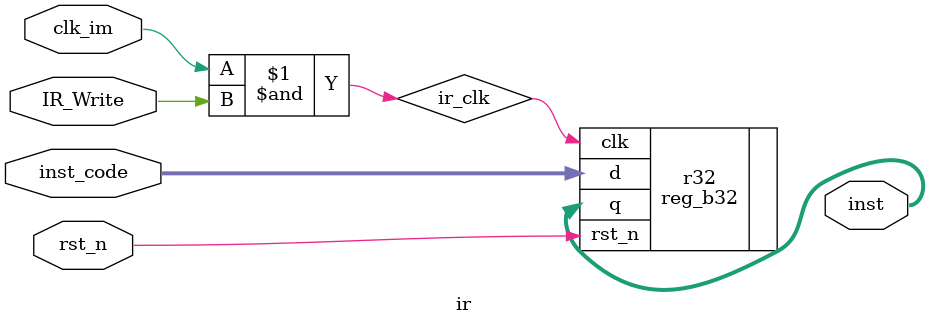
<source format=v>
module ir(
    clk_im, IR_Write, inst_code, inst,
    rst_n
);

    input clk_im;
    input IR_Write;
    input rst_n;
    input [31:0] inst_code; 
    output [31:0] inst;

    wire ir_clk;
    
    // 时钟门控逻辑：只有当IR_Write为高时才允许时钟通过
    assign ir_clk = clk_im & IR_Write;

    reg_b32 r32(
        .clk(ir_clk),
        .rst_n(rst_n),
        .d(inst_code),
        .q(inst)
    );

endmodule
</source>
